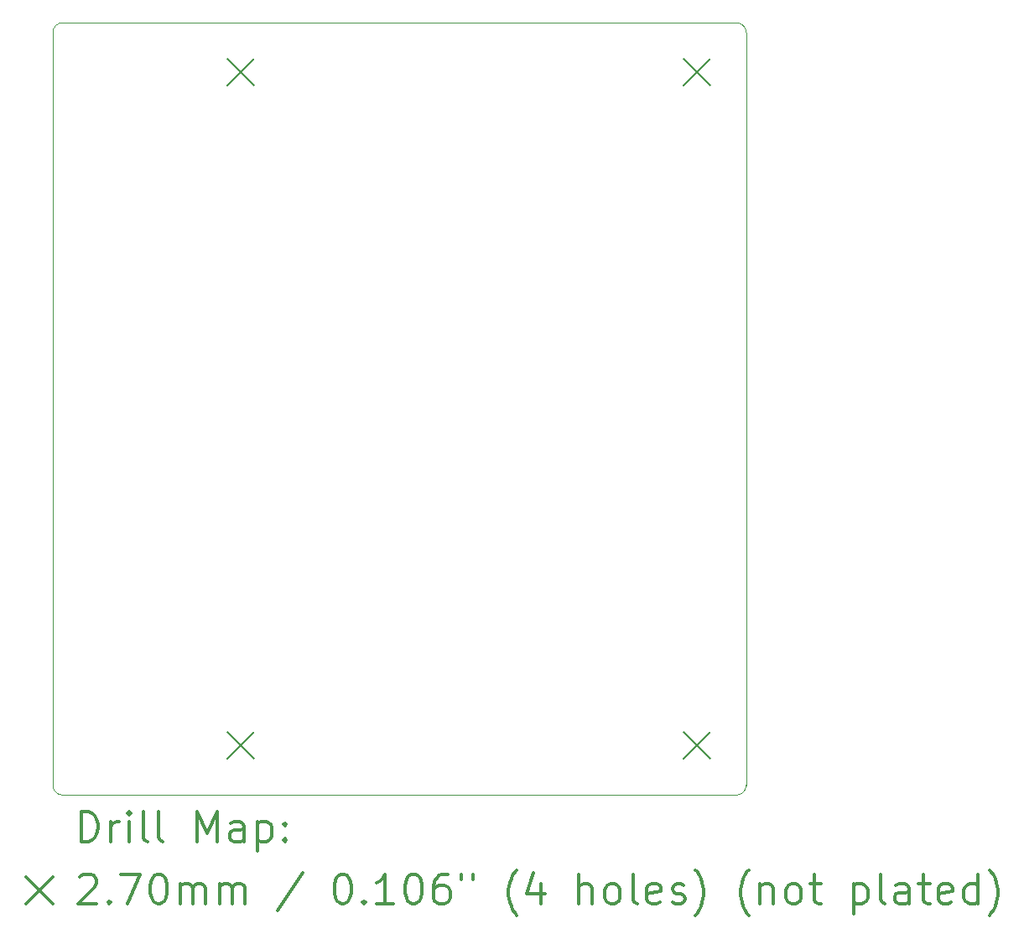
<source format=gbr>
%FSLAX45Y45*%
G04 Gerber Fmt 4.5, Leading zero omitted, Abs format (unit mm)*
G04 Created by KiCad (PCBNEW 5.1.5+dfsg1-2build2) date 2024-02-20 09:09:01*
%MOMM*%
%LPD*%
G04 APERTURE LIST*
%TA.AperFunction,Profile*%
%ADD10C,0.050000*%
%TD*%
%ADD11C,0.200000*%
%ADD12C,0.300000*%
G04 APERTURE END LIST*
D10*
X8600000Y-11800000D02*
G75*
G02X8500000Y-11700000I0J100000D01*
G01*
X15500000Y-11700000D02*
G75*
G02X15400000Y-11800000I-100000J0D01*
G01*
X15400000Y-4000000D02*
G75*
G02X15500000Y-4100000I0J-100000D01*
G01*
X8500000Y-4100000D02*
G75*
G02X8600000Y-4000000I100000J0D01*
G01*
X8500000Y-11700000D02*
X8500000Y-4100000D01*
X15400000Y-11800000D02*
X8600000Y-11800000D01*
X15500000Y-4100000D02*
X15500000Y-11700000D01*
X8600000Y-4000000D02*
X15400000Y-4000000D01*
D11*
X14865000Y-11165000D02*
X15135000Y-11435000D01*
X15135000Y-11165000D02*
X14865000Y-11435000D01*
X14865000Y-4365000D02*
X15135000Y-4635000D01*
X15135000Y-4365000D02*
X14865000Y-4635000D01*
X10265000Y-11165000D02*
X10535000Y-11435000D01*
X10535000Y-11165000D02*
X10265000Y-11435000D01*
X10265000Y-4365000D02*
X10535000Y-4635000D01*
X10535000Y-4365000D02*
X10265000Y-4635000D01*
D12*
X8783928Y-12268214D02*
X8783928Y-11968214D01*
X8855357Y-11968214D01*
X8898214Y-11982500D01*
X8926786Y-12011071D01*
X8941071Y-12039643D01*
X8955357Y-12096786D01*
X8955357Y-12139643D01*
X8941071Y-12196786D01*
X8926786Y-12225357D01*
X8898214Y-12253929D01*
X8855357Y-12268214D01*
X8783928Y-12268214D01*
X9083928Y-12268214D02*
X9083928Y-12068214D01*
X9083928Y-12125357D02*
X9098214Y-12096786D01*
X9112500Y-12082500D01*
X9141071Y-12068214D01*
X9169643Y-12068214D01*
X9269643Y-12268214D02*
X9269643Y-12068214D01*
X9269643Y-11968214D02*
X9255357Y-11982500D01*
X9269643Y-11996786D01*
X9283928Y-11982500D01*
X9269643Y-11968214D01*
X9269643Y-11996786D01*
X9455357Y-12268214D02*
X9426786Y-12253929D01*
X9412500Y-12225357D01*
X9412500Y-11968214D01*
X9612500Y-12268214D02*
X9583928Y-12253929D01*
X9569643Y-12225357D01*
X9569643Y-11968214D01*
X9955357Y-12268214D02*
X9955357Y-11968214D01*
X10055357Y-12182500D01*
X10155357Y-11968214D01*
X10155357Y-12268214D01*
X10426786Y-12268214D02*
X10426786Y-12111071D01*
X10412500Y-12082500D01*
X10383928Y-12068214D01*
X10326786Y-12068214D01*
X10298214Y-12082500D01*
X10426786Y-12253929D02*
X10398214Y-12268214D01*
X10326786Y-12268214D01*
X10298214Y-12253929D01*
X10283928Y-12225357D01*
X10283928Y-12196786D01*
X10298214Y-12168214D01*
X10326786Y-12153929D01*
X10398214Y-12153929D01*
X10426786Y-12139643D01*
X10569643Y-12068214D02*
X10569643Y-12368214D01*
X10569643Y-12082500D02*
X10598214Y-12068214D01*
X10655357Y-12068214D01*
X10683928Y-12082500D01*
X10698214Y-12096786D01*
X10712500Y-12125357D01*
X10712500Y-12211071D01*
X10698214Y-12239643D01*
X10683928Y-12253929D01*
X10655357Y-12268214D01*
X10598214Y-12268214D01*
X10569643Y-12253929D01*
X10841071Y-12239643D02*
X10855357Y-12253929D01*
X10841071Y-12268214D01*
X10826786Y-12253929D01*
X10841071Y-12239643D01*
X10841071Y-12268214D01*
X10841071Y-12082500D02*
X10855357Y-12096786D01*
X10841071Y-12111071D01*
X10826786Y-12096786D01*
X10841071Y-12082500D01*
X10841071Y-12111071D01*
X8227500Y-12627500D02*
X8497500Y-12897500D01*
X8497500Y-12627500D02*
X8227500Y-12897500D01*
X8769643Y-12626786D02*
X8783928Y-12612500D01*
X8812500Y-12598214D01*
X8883928Y-12598214D01*
X8912500Y-12612500D01*
X8926786Y-12626786D01*
X8941071Y-12655357D01*
X8941071Y-12683929D01*
X8926786Y-12726786D01*
X8755357Y-12898214D01*
X8941071Y-12898214D01*
X9069643Y-12869643D02*
X9083928Y-12883929D01*
X9069643Y-12898214D01*
X9055357Y-12883929D01*
X9069643Y-12869643D01*
X9069643Y-12898214D01*
X9183928Y-12598214D02*
X9383928Y-12598214D01*
X9255357Y-12898214D01*
X9555357Y-12598214D02*
X9583928Y-12598214D01*
X9612500Y-12612500D01*
X9626786Y-12626786D01*
X9641071Y-12655357D01*
X9655357Y-12712500D01*
X9655357Y-12783929D01*
X9641071Y-12841071D01*
X9626786Y-12869643D01*
X9612500Y-12883929D01*
X9583928Y-12898214D01*
X9555357Y-12898214D01*
X9526786Y-12883929D01*
X9512500Y-12869643D01*
X9498214Y-12841071D01*
X9483928Y-12783929D01*
X9483928Y-12712500D01*
X9498214Y-12655357D01*
X9512500Y-12626786D01*
X9526786Y-12612500D01*
X9555357Y-12598214D01*
X9783928Y-12898214D02*
X9783928Y-12698214D01*
X9783928Y-12726786D02*
X9798214Y-12712500D01*
X9826786Y-12698214D01*
X9869643Y-12698214D01*
X9898214Y-12712500D01*
X9912500Y-12741071D01*
X9912500Y-12898214D01*
X9912500Y-12741071D02*
X9926786Y-12712500D01*
X9955357Y-12698214D01*
X9998214Y-12698214D01*
X10026786Y-12712500D01*
X10041071Y-12741071D01*
X10041071Y-12898214D01*
X10183928Y-12898214D02*
X10183928Y-12698214D01*
X10183928Y-12726786D02*
X10198214Y-12712500D01*
X10226786Y-12698214D01*
X10269643Y-12698214D01*
X10298214Y-12712500D01*
X10312500Y-12741071D01*
X10312500Y-12898214D01*
X10312500Y-12741071D02*
X10326786Y-12712500D01*
X10355357Y-12698214D01*
X10398214Y-12698214D01*
X10426786Y-12712500D01*
X10441071Y-12741071D01*
X10441071Y-12898214D01*
X11026786Y-12583929D02*
X10769643Y-12969643D01*
X11412500Y-12598214D02*
X11441071Y-12598214D01*
X11469643Y-12612500D01*
X11483928Y-12626786D01*
X11498214Y-12655357D01*
X11512500Y-12712500D01*
X11512500Y-12783929D01*
X11498214Y-12841071D01*
X11483928Y-12869643D01*
X11469643Y-12883929D01*
X11441071Y-12898214D01*
X11412500Y-12898214D01*
X11383928Y-12883929D01*
X11369643Y-12869643D01*
X11355357Y-12841071D01*
X11341071Y-12783929D01*
X11341071Y-12712500D01*
X11355357Y-12655357D01*
X11369643Y-12626786D01*
X11383928Y-12612500D01*
X11412500Y-12598214D01*
X11641071Y-12869643D02*
X11655357Y-12883929D01*
X11641071Y-12898214D01*
X11626786Y-12883929D01*
X11641071Y-12869643D01*
X11641071Y-12898214D01*
X11941071Y-12898214D02*
X11769643Y-12898214D01*
X11855357Y-12898214D02*
X11855357Y-12598214D01*
X11826786Y-12641071D01*
X11798214Y-12669643D01*
X11769643Y-12683929D01*
X12126786Y-12598214D02*
X12155357Y-12598214D01*
X12183928Y-12612500D01*
X12198214Y-12626786D01*
X12212500Y-12655357D01*
X12226786Y-12712500D01*
X12226786Y-12783929D01*
X12212500Y-12841071D01*
X12198214Y-12869643D01*
X12183928Y-12883929D01*
X12155357Y-12898214D01*
X12126786Y-12898214D01*
X12098214Y-12883929D01*
X12083928Y-12869643D01*
X12069643Y-12841071D01*
X12055357Y-12783929D01*
X12055357Y-12712500D01*
X12069643Y-12655357D01*
X12083928Y-12626786D01*
X12098214Y-12612500D01*
X12126786Y-12598214D01*
X12483928Y-12598214D02*
X12426786Y-12598214D01*
X12398214Y-12612500D01*
X12383928Y-12626786D01*
X12355357Y-12669643D01*
X12341071Y-12726786D01*
X12341071Y-12841071D01*
X12355357Y-12869643D01*
X12369643Y-12883929D01*
X12398214Y-12898214D01*
X12455357Y-12898214D01*
X12483928Y-12883929D01*
X12498214Y-12869643D01*
X12512500Y-12841071D01*
X12512500Y-12769643D01*
X12498214Y-12741071D01*
X12483928Y-12726786D01*
X12455357Y-12712500D01*
X12398214Y-12712500D01*
X12369643Y-12726786D01*
X12355357Y-12741071D01*
X12341071Y-12769643D01*
X12626786Y-12598214D02*
X12626786Y-12655357D01*
X12741071Y-12598214D02*
X12741071Y-12655357D01*
X13183928Y-13012500D02*
X13169643Y-12998214D01*
X13141071Y-12955357D01*
X13126786Y-12926786D01*
X13112500Y-12883929D01*
X13098214Y-12812500D01*
X13098214Y-12755357D01*
X13112500Y-12683929D01*
X13126786Y-12641071D01*
X13141071Y-12612500D01*
X13169643Y-12569643D01*
X13183928Y-12555357D01*
X13426786Y-12698214D02*
X13426786Y-12898214D01*
X13355357Y-12583929D02*
X13283928Y-12798214D01*
X13469643Y-12798214D01*
X13812500Y-12898214D02*
X13812500Y-12598214D01*
X13941071Y-12898214D02*
X13941071Y-12741071D01*
X13926786Y-12712500D01*
X13898214Y-12698214D01*
X13855357Y-12698214D01*
X13826786Y-12712500D01*
X13812500Y-12726786D01*
X14126786Y-12898214D02*
X14098214Y-12883929D01*
X14083928Y-12869643D01*
X14069643Y-12841071D01*
X14069643Y-12755357D01*
X14083928Y-12726786D01*
X14098214Y-12712500D01*
X14126786Y-12698214D01*
X14169643Y-12698214D01*
X14198214Y-12712500D01*
X14212500Y-12726786D01*
X14226786Y-12755357D01*
X14226786Y-12841071D01*
X14212500Y-12869643D01*
X14198214Y-12883929D01*
X14169643Y-12898214D01*
X14126786Y-12898214D01*
X14398214Y-12898214D02*
X14369643Y-12883929D01*
X14355357Y-12855357D01*
X14355357Y-12598214D01*
X14626786Y-12883929D02*
X14598214Y-12898214D01*
X14541071Y-12898214D01*
X14512500Y-12883929D01*
X14498214Y-12855357D01*
X14498214Y-12741071D01*
X14512500Y-12712500D01*
X14541071Y-12698214D01*
X14598214Y-12698214D01*
X14626786Y-12712500D01*
X14641071Y-12741071D01*
X14641071Y-12769643D01*
X14498214Y-12798214D01*
X14755357Y-12883929D02*
X14783928Y-12898214D01*
X14841071Y-12898214D01*
X14869643Y-12883929D01*
X14883928Y-12855357D01*
X14883928Y-12841071D01*
X14869643Y-12812500D01*
X14841071Y-12798214D01*
X14798214Y-12798214D01*
X14769643Y-12783929D01*
X14755357Y-12755357D01*
X14755357Y-12741071D01*
X14769643Y-12712500D01*
X14798214Y-12698214D01*
X14841071Y-12698214D01*
X14869643Y-12712500D01*
X14983928Y-13012500D02*
X14998214Y-12998214D01*
X15026786Y-12955357D01*
X15041071Y-12926786D01*
X15055357Y-12883929D01*
X15069643Y-12812500D01*
X15069643Y-12755357D01*
X15055357Y-12683929D01*
X15041071Y-12641071D01*
X15026786Y-12612500D01*
X14998214Y-12569643D01*
X14983928Y-12555357D01*
X15526786Y-13012500D02*
X15512500Y-12998214D01*
X15483928Y-12955357D01*
X15469643Y-12926786D01*
X15455357Y-12883929D01*
X15441071Y-12812500D01*
X15441071Y-12755357D01*
X15455357Y-12683929D01*
X15469643Y-12641071D01*
X15483928Y-12612500D01*
X15512500Y-12569643D01*
X15526786Y-12555357D01*
X15641071Y-12698214D02*
X15641071Y-12898214D01*
X15641071Y-12726786D02*
X15655357Y-12712500D01*
X15683928Y-12698214D01*
X15726786Y-12698214D01*
X15755357Y-12712500D01*
X15769643Y-12741071D01*
X15769643Y-12898214D01*
X15955357Y-12898214D02*
X15926786Y-12883929D01*
X15912500Y-12869643D01*
X15898214Y-12841071D01*
X15898214Y-12755357D01*
X15912500Y-12726786D01*
X15926786Y-12712500D01*
X15955357Y-12698214D01*
X15998214Y-12698214D01*
X16026786Y-12712500D01*
X16041071Y-12726786D01*
X16055357Y-12755357D01*
X16055357Y-12841071D01*
X16041071Y-12869643D01*
X16026786Y-12883929D01*
X15998214Y-12898214D01*
X15955357Y-12898214D01*
X16141071Y-12698214D02*
X16255357Y-12698214D01*
X16183928Y-12598214D02*
X16183928Y-12855357D01*
X16198214Y-12883929D01*
X16226786Y-12898214D01*
X16255357Y-12898214D01*
X16583928Y-12698214D02*
X16583928Y-12998214D01*
X16583928Y-12712500D02*
X16612500Y-12698214D01*
X16669643Y-12698214D01*
X16698214Y-12712500D01*
X16712500Y-12726786D01*
X16726786Y-12755357D01*
X16726786Y-12841071D01*
X16712500Y-12869643D01*
X16698214Y-12883929D01*
X16669643Y-12898214D01*
X16612500Y-12898214D01*
X16583928Y-12883929D01*
X16898214Y-12898214D02*
X16869643Y-12883929D01*
X16855357Y-12855357D01*
X16855357Y-12598214D01*
X17141071Y-12898214D02*
X17141071Y-12741071D01*
X17126786Y-12712500D01*
X17098214Y-12698214D01*
X17041071Y-12698214D01*
X17012500Y-12712500D01*
X17141071Y-12883929D02*
X17112500Y-12898214D01*
X17041071Y-12898214D01*
X17012500Y-12883929D01*
X16998214Y-12855357D01*
X16998214Y-12826786D01*
X17012500Y-12798214D01*
X17041071Y-12783929D01*
X17112500Y-12783929D01*
X17141071Y-12769643D01*
X17241071Y-12698214D02*
X17355357Y-12698214D01*
X17283928Y-12598214D02*
X17283928Y-12855357D01*
X17298214Y-12883929D01*
X17326786Y-12898214D01*
X17355357Y-12898214D01*
X17569643Y-12883929D02*
X17541071Y-12898214D01*
X17483928Y-12898214D01*
X17455357Y-12883929D01*
X17441071Y-12855357D01*
X17441071Y-12741071D01*
X17455357Y-12712500D01*
X17483928Y-12698214D01*
X17541071Y-12698214D01*
X17569643Y-12712500D01*
X17583928Y-12741071D01*
X17583928Y-12769643D01*
X17441071Y-12798214D01*
X17841071Y-12898214D02*
X17841071Y-12598214D01*
X17841071Y-12883929D02*
X17812500Y-12898214D01*
X17755357Y-12898214D01*
X17726786Y-12883929D01*
X17712500Y-12869643D01*
X17698214Y-12841071D01*
X17698214Y-12755357D01*
X17712500Y-12726786D01*
X17726786Y-12712500D01*
X17755357Y-12698214D01*
X17812500Y-12698214D01*
X17841071Y-12712500D01*
X17955357Y-13012500D02*
X17969643Y-12998214D01*
X17998214Y-12955357D01*
X18012500Y-12926786D01*
X18026786Y-12883929D01*
X18041071Y-12812500D01*
X18041071Y-12755357D01*
X18026786Y-12683929D01*
X18012500Y-12641071D01*
X17998214Y-12612500D01*
X17969643Y-12569643D01*
X17955357Y-12555357D01*
M02*

</source>
